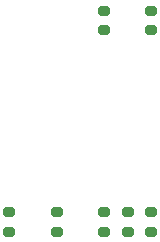
<source format=gbp>
G04 #@! TF.GenerationSoftware,KiCad,Pcbnew,7.0.8*
G04 #@! TF.CreationDate,2024-02-21T14:09:27-03:00*
G04 #@! TF.ProjectId,lamp_module,6c616d70-5f6d-46f6-9475-6c652e6b6963,1.0*
G04 #@! TF.SameCoordinates,Original*
G04 #@! TF.FileFunction,Paste,Bot*
G04 #@! TF.FilePolarity,Positive*
%FSLAX46Y46*%
G04 Gerber Fmt 4.6, Leading zero omitted, Abs format (unit mm)*
G04 Created by KiCad (PCBNEW 7.0.8) date 2024-02-21 14:09:27*
%MOMM*%
%LPD*%
G01*
G04 APERTURE LIST*
G04 Aperture macros list*
%AMRoundRect*
0 Rectangle with rounded corners*
0 $1 Rounding radius*
0 $2 $3 $4 $5 $6 $7 $8 $9 X,Y pos of 4 corners*
0 Add a 4 corners polygon primitive as box body*
4,1,4,$2,$3,$4,$5,$6,$7,$8,$9,$2,$3,0*
0 Add four circle primitives for the rounded corners*
1,1,$1+$1,$2,$3*
1,1,$1+$1,$4,$5*
1,1,$1+$1,$6,$7*
1,1,$1+$1,$8,$9*
0 Add four rect primitives between the rounded corners*
20,1,$1+$1,$2,$3,$4,$5,0*
20,1,$1+$1,$4,$5,$6,$7,0*
20,1,$1+$1,$6,$7,$8,$9,0*
20,1,$1+$1,$8,$9,$2,$3,0*%
G04 Aperture macros list end*
%ADD10RoundRect,0.200000X0.275000X-0.200000X0.275000X0.200000X-0.275000X0.200000X-0.275000X-0.200000X0*%
%ADD11RoundRect,0.200000X-0.275000X0.200000X-0.275000X-0.200000X0.275000X-0.200000X0.275000X0.200000X0*%
G04 APERTURE END LIST*
D10*
X138599750Y-118700250D03*
X138599750Y-117050250D03*
X136599750Y-118700250D03*
X136599750Y-117050250D03*
X128599750Y-118700250D03*
X128599750Y-117050250D03*
X140599750Y-118700250D03*
X140599750Y-117050250D03*
X140599750Y-101650250D03*
X140599750Y-100000250D03*
X132599750Y-118700250D03*
X132599750Y-117050250D03*
D11*
X136599750Y-100000250D03*
X136599750Y-101650250D03*
M02*

</source>
